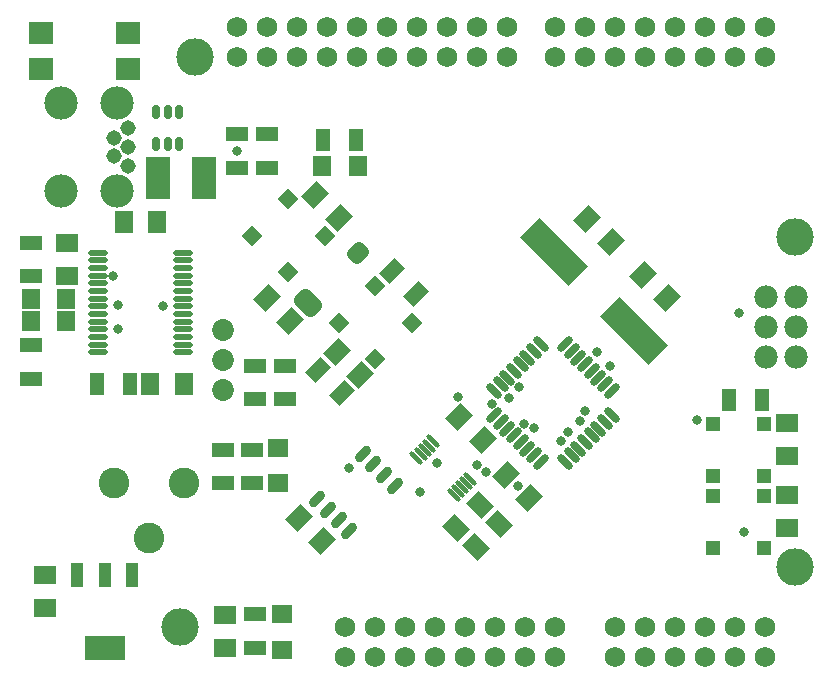
<source format=gts>
G04*
G04 #@! TF.GenerationSoftware,Altium Limited,Altium Designer,19.1.8 (144)*
G04*
G04 Layer_Color=8388736*
%FSLAX25Y25*%
%MOIN*%
G70*
G01*
G75*
%ADD18C,0.00000*%
G04:AMPARAMS|DCode=43|XSize=72.96mil|YSize=59.18mil|CornerRadius=0mil|HoleSize=0mil|Usage=FLASHONLY|Rotation=45.000|XOffset=0mil|YOffset=0mil|HoleType=Round|Shape=Rectangle|*
%AMROTATEDRECTD43*
4,1,4,-0.00487,-0.04672,-0.04672,-0.00487,0.00487,0.04672,0.04672,0.00487,-0.00487,-0.04672,0.0*
%
%ADD43ROTATEDRECTD43*%

G04:AMPARAMS|DCode=44|XSize=74.93mil|YSize=49.34mil|CornerRadius=0mil|HoleSize=0mil|Usage=FLASHONLY|Rotation=45.000|XOffset=0mil|YOffset=0mil|HoleType=Round|Shape=Rectangle|*
%AMROTATEDRECTD44*
4,1,4,-0.00905,-0.04394,-0.04394,-0.00905,0.00905,0.04394,0.04394,0.00905,-0.00905,-0.04394,0.0*
%
%ADD44ROTATEDRECTD44*%

G04:AMPARAMS|DCode=45|XSize=72.96mil|YSize=59.18mil|CornerRadius=0mil|HoleSize=0mil|Usage=FLASHONLY|Rotation=135.000|XOffset=0mil|YOffset=0mil|HoleType=Round|Shape=Rectangle|*
%AMROTATEDRECTD45*
4,1,4,0.04672,-0.00487,0.00487,-0.04672,-0.04672,0.00487,-0.00487,0.04672,0.04672,-0.00487,0.0*
%
%ADD45ROTATEDRECTD45*%

%ADD46O,0.06496X0.02165*%
%ADD47R,0.07296X0.05918*%
%ADD48R,0.04934X0.07493*%
%ADD49R,0.07493X0.04934*%
%ADD50R,0.05918X0.07296*%
%ADD51R,0.04343X0.08083*%
%ADD52R,0.13398X0.08083*%
%ADD53R,0.08280X0.14186*%
%ADD54R,0.06300X0.07100*%
%ADD55R,0.07100X0.06300*%
G04:AMPARAMS|DCode=56|XSize=25.59mil|YSize=62.99mil|CornerRadius=0mil|HoleSize=0mil|Usage=FLASHONLY|Rotation=315.000|XOffset=0mil|YOffset=0mil|HoleType=Round|Shape=Round|*
%AMOVALD56*
21,1,0.03740,0.02559,0.00000,0.00000,45.0*
1,1,0.02559,-0.01322,-0.01322*
1,1,0.02559,0.01322,0.01322*
%
%ADD56OVALD56*%

G04:AMPARAMS|DCode=57|XSize=25.59mil|YSize=62.99mil|CornerRadius=0mil|HoleSize=0mil|Usage=FLASHONLY|Rotation=225.000|XOffset=0mil|YOffset=0mil|HoleType=Round|Shape=Round|*
%AMOVALD57*
21,1,0.03740,0.02559,0.00000,0.00000,315.0*
1,1,0.02559,-0.01322,0.01322*
1,1,0.02559,0.01322,-0.01322*
%
%ADD57OVALD57*%

%ADD58P,0.06699X4X180.0*%
%ADD59R,0.04737X0.04737*%
%ADD60O,0.02769X0.04737*%
G04:AMPARAMS|DCode=61|XSize=15.75mil|YSize=57.09mil|CornerRadius=0mil|HoleSize=0mil|Usage=FLASHONLY|Rotation=45.000|XOffset=0mil|YOffset=0mil|HoleType=Round|Shape=Round|*
%AMOVALD61*
21,1,0.04134,0.01575,0.00000,0.00000,135.0*
1,1,0.01575,0.01462,-0.01462*
1,1,0.01575,-0.01462,0.01462*
%
%ADD61OVALD61*%

G04:AMPARAMS|DCode=62|XSize=228.47mil|YSize=90.68mil|CornerRadius=0mil|HoleSize=0mil|Usage=FLASHONLY|Rotation=315.000|XOffset=0mil|YOffset=0mil|HoleType=Round|Shape=Rectangle|*
%AMROTATEDRECTD62*
4,1,4,-0.11284,0.04872,-0.04872,0.11284,0.11284,-0.04872,0.04872,-0.11284,-0.11284,0.04872,0.0*
%
%ADD62ROTATEDRECTD62*%

%ADD63R,0.08280X0.07493*%
G04:AMPARAMS|DCode=64|XSize=31.62mil|YSize=65.09mil|CornerRadius=0mil|HoleSize=0mil|Usage=FLASHONLY|Rotation=315.000|XOffset=0mil|YOffset=0mil|HoleType=Round|Shape=Round|*
%AMOVALD64*
21,1,0.03347,0.03162,0.00000,0.00000,45.0*
1,1,0.03162,-0.01183,-0.01183*
1,1,0.03162,0.01183,0.01183*
%
%ADD64OVALD64*%

G04:AMPARAMS|DCode=65|XSize=59.18mil|YSize=67.06mil|CornerRadius=16.8mil|HoleSize=0mil|Usage=FLASHONLY|Rotation=315.000|XOffset=0mil|YOffset=0mil|HoleType=Round|Shape=RoundedRectangle|*
%AMROUNDEDRECTD65*
21,1,0.05918,0.03347,0,0,315.0*
21,1,0.02559,0.06706,0,0,315.0*
1,1,0.03359,-0.00278,-0.02088*
1,1,0.03359,-0.02088,-0.00278*
1,1,0.03359,0.00278,0.02088*
1,1,0.03359,0.02088,0.00278*
%
%ADD65ROUNDEDRECTD65*%
G04:AMPARAMS|DCode=66|XSize=90.68mil|YSize=67.06mil|CornerRadius=18.76mil|HoleSize=0mil|Usage=FLASHONLY|Rotation=315.000|XOffset=0mil|YOffset=0mil|HoleType=Round|Shape=RoundedRectangle|*
%AMROUNDEDRECTD66*
21,1,0.09068,0.02953,0,0,315.0*
21,1,0.05315,0.06706,0,0,315.0*
1,1,0.03753,0.00835,-0.02923*
1,1,0.03753,-0.02923,0.00835*
1,1,0.03753,-0.00835,0.02923*
1,1,0.03753,0.02923,-0.00835*
%
%ADD66ROUNDEDRECTD66*%
%ADD67C,0.06800*%
%ADD68C,0.07800*%
%ADD69C,0.07296*%
%ADD70C,0.05150*%
%ADD71O,0.11099X0.11099*%
%ADD72C,0.11099*%
%ADD73C,0.10249*%
%ADD74C,0.03300*%
%ADD75C,0.12500*%
%ADD76C,0.02900*%
D18*
X37921Y158709D02*
Y161858D01*
X30441D02*
X37921D01*
X30441Y158709D02*
Y161858D01*
Y158709D02*
X37921D01*
X19220Y187843D02*
Y190992D01*
X11740D02*
X19220D01*
X11740Y187843D02*
Y190992D01*
Y187843D02*
X19220D01*
X37921D02*
Y190992D01*
X30441D02*
X37921D01*
X30441Y187843D02*
Y190992D01*
Y187843D02*
X37921D01*
X19220Y158709D02*
Y161858D01*
X11740D02*
X19220D01*
X11740Y158709D02*
Y161858D01*
Y158709D02*
X19220D01*
D43*
X148203Y84897D02*
D03*
X155997Y77103D02*
D03*
X84140Y124618D02*
D03*
X91935Y116823D02*
D03*
X107998Y151103D02*
D03*
X100203Y158897D02*
D03*
X94716Y51248D02*
D03*
X102511Y43453D02*
D03*
X107333Y106658D02*
D03*
X115128Y98863D02*
D03*
X163803Y65597D02*
D03*
X171597Y57803D02*
D03*
X190903Y150997D02*
D03*
X198697Y143203D02*
D03*
X217397Y124503D02*
D03*
X209603Y132297D02*
D03*
D44*
X108975Y92712D02*
D03*
X101041Y100646D02*
D03*
X125719Y133668D02*
D03*
X133653Y125734D02*
D03*
D45*
X155072Y55552D02*
D03*
X147277Y47757D02*
D03*
X161436Y49188D02*
D03*
X153641Y41393D02*
D03*
D46*
X27925Y139634D02*
D03*
Y137075D02*
D03*
Y134516D02*
D03*
Y131957D02*
D03*
Y129398D02*
D03*
Y126839D02*
D03*
Y124279D02*
D03*
Y121721D02*
D03*
Y119161D02*
D03*
Y116602D02*
D03*
Y114043D02*
D03*
Y111484D02*
D03*
Y108925D02*
D03*
Y106366D02*
D03*
X56075Y139634D02*
D03*
Y137075D02*
D03*
Y134516D02*
D03*
Y131957D02*
D03*
Y129398D02*
D03*
Y126839D02*
D03*
Y124279D02*
D03*
Y121721D02*
D03*
Y119161D02*
D03*
Y116602D02*
D03*
Y114043D02*
D03*
Y111484D02*
D03*
Y108925D02*
D03*
Y106366D02*
D03*
D47*
X257500Y47688D02*
D03*
Y58712D02*
D03*
X257600Y71688D02*
D03*
Y82712D02*
D03*
X10000Y32106D02*
D03*
Y21083D02*
D03*
X70000Y7894D02*
D03*
Y18917D02*
D03*
X17400Y131788D02*
D03*
Y142812D02*
D03*
D48*
X237980Y90500D02*
D03*
X249200D02*
D03*
X113910Y177200D02*
D03*
X102690D02*
D03*
X27390Y96000D02*
D03*
X38610D02*
D03*
D49*
X80300Y90690D02*
D03*
X80300Y101910D02*
D03*
X90000Y90690D02*
D03*
Y101910D02*
D03*
X5500Y97490D02*
D03*
Y108710D02*
D03*
Y143010D02*
D03*
Y131790D02*
D03*
X79200Y74010D02*
D03*
Y62790D02*
D03*
X84000Y179110D02*
D03*
Y167890D02*
D03*
X74000Y179110D02*
D03*
Y167890D02*
D03*
X80000Y7894D02*
D03*
Y19114D02*
D03*
X69500Y74010D02*
D03*
Y62790D02*
D03*
D50*
X56312Y96000D02*
D03*
X45288D02*
D03*
X36488Y149800D02*
D03*
X47512D02*
D03*
D51*
X39055Y32106D02*
D03*
X30000D02*
D03*
X20945D02*
D03*
D52*
X30000Y7894D02*
D03*
D53*
X63177Y164500D02*
D03*
X47823D02*
D03*
D54*
X102600Y168400D02*
D03*
X114400D02*
D03*
X5500Y124200D02*
D03*
X17300D02*
D03*
X5500Y116700D02*
D03*
X17300D02*
D03*
D55*
X87900Y62800D02*
D03*
Y74600D02*
D03*
X89000Y19114D02*
D03*
Y7314D02*
D03*
D56*
X199026Y93537D02*
D03*
X196799Y95764D02*
D03*
X194572Y97991D02*
D03*
X192345Y100218D02*
D03*
X190118Y102445D02*
D03*
X187891Y104672D02*
D03*
X185664Y106899D02*
D03*
X183437Y109126D02*
D03*
X159774Y85463D02*
D03*
X162001Y83236D02*
D03*
X164228Y81009D02*
D03*
X166455Y78782D02*
D03*
X168682Y76555D02*
D03*
X170909Y74328D02*
D03*
X173136Y72101D02*
D03*
X175363Y69874D02*
D03*
D57*
Y109126D02*
D03*
X173136Y106899D02*
D03*
X170909Y104672D02*
D03*
X168682Y102445D02*
D03*
X166455Y100218D02*
D03*
X164228Y97991D02*
D03*
X162001Y95764D02*
D03*
X159774Y93537D02*
D03*
X183437Y69874D02*
D03*
X185664Y72101D02*
D03*
X187891Y74328D02*
D03*
X190118Y76555D02*
D03*
X192345Y78782D02*
D03*
X194572Y81009D02*
D03*
X196799Y83236D02*
D03*
X199026Y85463D02*
D03*
D58*
X108033Y116337D02*
D03*
X120282Y128586D02*
D03*
X132531Y116337D02*
D03*
X120282Y104087D02*
D03*
X103540Y145328D02*
D03*
X91290Y133079D02*
D03*
X79041Y145328D02*
D03*
X91290Y157577D02*
D03*
D59*
X249961Y41339D02*
D03*
X232639D02*
D03*
Y58661D02*
D03*
X249961D02*
D03*
Y65339D02*
D03*
X232639D02*
D03*
Y82661D02*
D03*
X249961D02*
D03*
D60*
X47260Y175835D02*
D03*
X51000D02*
D03*
X54740D02*
D03*
X47260Y186465D02*
D03*
X51000D02*
D03*
X54740D02*
D03*
D61*
X146350Y58734D02*
D03*
X147742Y60126D02*
D03*
X149134Y61518D02*
D03*
X150525Y62910D02*
D03*
X151917Y64302D02*
D03*
X133961Y71122D02*
D03*
X135353Y72514D02*
D03*
X136745Y73906D02*
D03*
X138137Y75298D02*
D03*
X139529Y76690D02*
D03*
D62*
X179877Y139823D02*
D03*
X206324Y113376D02*
D03*
D63*
X37674Y200823D02*
D03*
Y212823D02*
D03*
X8674Y200823D02*
D03*
Y212823D02*
D03*
D64*
X126706Y62007D02*
D03*
X123170Y65543D02*
D03*
X119635Y69078D02*
D03*
X116099Y72614D02*
D03*
X111533Y46835D02*
D03*
X107998Y50371D02*
D03*
X104462Y53906D02*
D03*
X100927Y57442D02*
D03*
D65*
X114492Y139456D02*
D03*
D66*
X97927Y122892D02*
D03*
D67*
X110000Y5000D02*
D03*
X120000D02*
D03*
X130000D02*
D03*
X140000D02*
D03*
X150000D02*
D03*
X160000D02*
D03*
X170000D02*
D03*
X180000D02*
D03*
X250000D02*
D03*
X240000D02*
D03*
X230000D02*
D03*
X220000D02*
D03*
X210000D02*
D03*
X200000D02*
D03*
X250000Y215000D02*
D03*
X240000D02*
D03*
X230000D02*
D03*
X220000D02*
D03*
X210000D02*
D03*
X200000D02*
D03*
X190000D02*
D03*
X180000D02*
D03*
X74000D02*
D03*
X84000D02*
D03*
X94000D02*
D03*
X104000D02*
D03*
X114000D02*
D03*
X124000D02*
D03*
X134000D02*
D03*
X144000D02*
D03*
X154000D02*
D03*
X164000D02*
D03*
Y205000D02*
D03*
X154000D02*
D03*
X144000D02*
D03*
X134000D02*
D03*
X124000D02*
D03*
X114000D02*
D03*
X104000D02*
D03*
X94000D02*
D03*
X84000D02*
D03*
X74000D02*
D03*
X180000Y15000D02*
D03*
X170000D02*
D03*
X160000D02*
D03*
X150000D02*
D03*
X140000D02*
D03*
X130000D02*
D03*
X120000D02*
D03*
X110000D02*
D03*
X180000Y205000D02*
D03*
X190000D02*
D03*
X200000D02*
D03*
X210000D02*
D03*
X220000D02*
D03*
X230000D02*
D03*
X240000D02*
D03*
X250000D02*
D03*
X200000Y15000D02*
D03*
X210000D02*
D03*
X220000D02*
D03*
X230000D02*
D03*
X240000D02*
D03*
X250000D02*
D03*
D68*
X260551Y104803D02*
D03*
X250551D02*
D03*
X260551Y114803D02*
D03*
X250551D02*
D03*
X260551Y124803D02*
D03*
X250551D02*
D03*
D69*
X69500Y94000D02*
D03*
Y104000D02*
D03*
Y114000D02*
D03*
D70*
X37724Y181150D02*
D03*
Y174850D02*
D03*
Y168551D02*
D03*
X33000Y178000D02*
D03*
Y171701D02*
D03*
D71*
X15480Y189417D02*
D03*
X34181D02*
D03*
Y160284D02*
D03*
D72*
X15480D02*
D03*
D73*
X44780Y44496D02*
D03*
X33000Y63000D02*
D03*
X56500D02*
D03*
D74*
X243300Y46600D02*
D03*
X135234Y59800D02*
D03*
X167700Y61700D02*
D03*
X169900Y82500D02*
D03*
X147900Y91600D02*
D03*
X159100Y89200D02*
D03*
X198600Y102000D02*
D03*
X194100Y106500D02*
D03*
X249200Y90500D02*
D03*
X227600Y83900D02*
D03*
X168000Y94700D02*
D03*
X241500Y119400D02*
D03*
X164800Y91300D02*
D03*
X103540Y145328D02*
D03*
X74000Y173500D02*
D03*
Y179000D02*
D03*
X182000Y77000D02*
D03*
X184500Y80000D02*
D03*
X154000Y69000D02*
D03*
X157000Y66500D02*
D03*
X190000Y87000D02*
D03*
X188500Y83500D02*
D03*
X90000Y90690D02*
D03*
X80300Y90690D02*
D03*
X140900Y69600D02*
D03*
X111400Y67900D02*
D03*
X209603Y132297D02*
D03*
X198697Y143203D02*
D03*
X232639Y65339D02*
D03*
X102511Y43453D02*
D03*
X148203Y84897D02*
D03*
X87900Y74600D02*
D03*
X91290Y133079D02*
D03*
X120282Y128586D02*
D03*
X107333Y106658D02*
D03*
X84140Y124618D02*
D03*
X133653Y125734D02*
D03*
X107998Y151103D02*
D03*
X56312Y96000D02*
D03*
X69500Y62790D02*
D03*
X173300Y81173D02*
D03*
X34600Y122200D02*
D03*
X34543Y114043D02*
D03*
X49420Y121721D02*
D03*
X32957Y131957D02*
D03*
D75*
X260000Y35000D02*
D03*
Y145000D02*
D03*
X60000Y205000D02*
D03*
X55000Y15000D02*
D03*
D76*
X114400Y168400D02*
D03*
X257500Y47688D02*
D03*
X257600Y71688D02*
D03*
X89000Y7314D02*
D03*
X70000Y18917D02*
D03*
X39055Y32106D02*
D03*
X10000Y21083D02*
D03*
X47512Y149800D02*
D03*
X17400Y142812D02*
D03*
X37674Y212823D02*
D03*
X8674D02*
D03*
X37674Y200823D02*
D03*
X47823Y164500D02*
D03*
M02*

</source>
